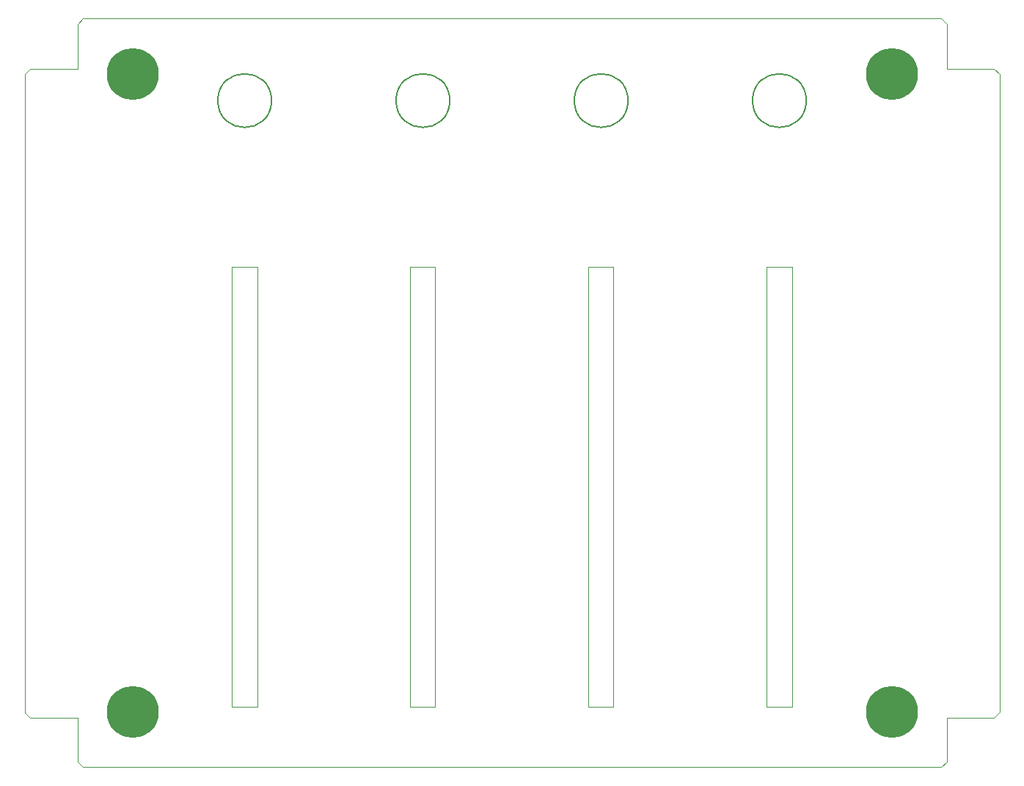
<source format=gbr>
%TF.GenerationSoftware,KiCad,Pcbnew,5.1.6-c6e7f7d~87~ubuntu18.04.1*%
%TF.CreationDate,2020-10-25T00:47:44+01:00*%
%TF.ProjectId,ActiveMixerPedalWithDigitalPeakDetector,41637469-7665-44d6-9978-657250656461,rev?*%
%TF.SameCoordinates,Original*%
%TF.FileFunction,Copper,L2,Bot*%
%TF.FilePolarity,Positive*%
%FSLAX46Y46*%
G04 Gerber Fmt 4.6, Leading zero omitted, Abs format (unit mm)*
G04 Created by KiCad (PCBNEW 5.1.6-c6e7f7d~87~ubuntu18.04.1) date 2020-10-25 00:47:44*
%MOMM*%
%LPD*%
G01*
G04 APERTURE LIST*
%TA.AperFunction,Profile*%
%ADD10C,0.050000*%
%TD*%
%TA.AperFunction,Profile*%
%ADD11C,0.150000*%
%TD*%
%TA.AperFunction,ComponentPad*%
%ADD12C,6.000000*%
%TD*%
G04 APERTURE END LIST*
D10*
X127812800Y-83185000D02*
X130733800Y-83185000D01*
X130733800Y-133985000D02*
X127812800Y-133985000D01*
X130733800Y-83185000D02*
X130733800Y-133985000D01*
X127812800Y-133985000D02*
X127812800Y-83185000D01*
X66090800Y-83185000D02*
X69011800Y-83185000D01*
X69011800Y-133985000D02*
X66090800Y-133985000D01*
X69011800Y-83185000D02*
X69011800Y-133985000D01*
X66090800Y-133985000D02*
X66090800Y-83185000D01*
X86614000Y-83185000D02*
X89535000Y-83185000D01*
X89535000Y-133985000D02*
X86614000Y-133985000D01*
X89535000Y-83185000D02*
X89535000Y-133985000D01*
X86614000Y-133985000D02*
X86614000Y-83185000D01*
X107188000Y-133985000D02*
X107188000Y-83185000D01*
X110109000Y-133985000D02*
X107188000Y-133985000D01*
X110109000Y-83185000D02*
X110109000Y-133985000D01*
X107188000Y-83185000D02*
X110109000Y-83185000D01*
D11*
X132386465Y-64008000D02*
G75*
G03*
X132386465Y-64008000I-3100465J0D01*
G01*
X111812465Y-64008000D02*
G75*
G03*
X111812465Y-64008000I-3100465J0D01*
G01*
X91238465Y-64008000D02*
G75*
G03*
X91238465Y-64008000I-3100465J0D01*
G01*
X70664465Y-64008000D02*
G75*
G03*
X70664465Y-64008000I-3100465J0D01*
G01*
D10*
X148590000Y-140335000D02*
X147955000Y-140970000D01*
X148590000Y-135255000D02*
X148590000Y-140335000D01*
X154051000Y-135255000D02*
X148590000Y-135255000D01*
X154686000Y-134620000D02*
X154051000Y-135255000D01*
X154686000Y-60960000D02*
X154686000Y-134620000D01*
X154051000Y-60325000D02*
X154686000Y-60960000D01*
X148590000Y-60325000D02*
X154051000Y-60325000D01*
X148590000Y-55181500D02*
X148590000Y-60325000D01*
X147955000Y-54546500D02*
X148590000Y-55181500D01*
X48895000Y-54546500D02*
X147955000Y-54546500D01*
X48260000Y-55181500D02*
X48895000Y-54546500D01*
X48260000Y-60325000D02*
X48260000Y-55181500D01*
X42799000Y-60325000D02*
X48260000Y-60325000D01*
X42164000Y-60960000D02*
X42799000Y-60325000D01*
X42164000Y-134683500D02*
X42164000Y-60960000D01*
X42799000Y-135318500D02*
X42164000Y-134683500D01*
X48260000Y-135318500D02*
X42799000Y-135318500D01*
X48260000Y-140335000D02*
X48260000Y-135318500D01*
X48895000Y-140970000D02*
X48260000Y-140335000D01*
X147955000Y-140970000D02*
X48895000Y-140970000D01*
D12*
%TO.P,REF\u002A\u002A,1*%
%TO.N,N/C*%
X54610000Y-134620000D03*
%TD*%
%TO.P,REF\u002A\u002A,1*%
%TO.N,N/C*%
X142240000Y-134620000D03*
%TD*%
%TO.P,REF\u002A\u002A,1*%
%TO.N,N/C*%
X142240000Y-60960000D03*
%TD*%
%TO.P,REF\u002A\u002A,1*%
%TO.N,N/C*%
X54610000Y-60960000D03*
%TD*%
M02*

</source>
